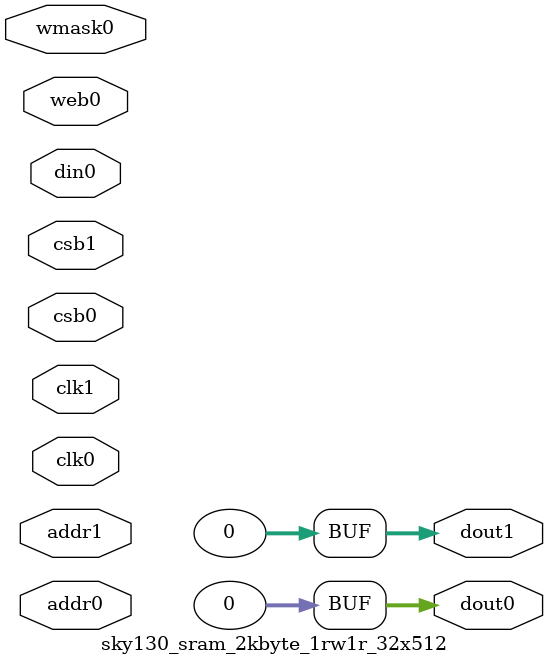
<source format=v>
module sky130_sram_2kbyte_1rw1r_32x512(	// file.cleaned.mlir:2:3
  input         clk0,	// file.cleaned.mlir:2:49
                csb0,	// file.cleaned.mlir:2:64
                web0,	// file.cleaned.mlir:2:79
  input  [3:0]  wmask0,	// file.cleaned.mlir:2:94
  input  [8:0]  addr0,	// file.cleaned.mlir:2:111
  input  [31:0] din0,	// file.cleaned.mlir:2:127
  input         clk1,	// file.cleaned.mlir:2:143
                csb1,	// file.cleaned.mlir:2:158
  input  [8:0]  addr1,	// file.cleaned.mlir:2:173
  output [31:0] dout0,	// file.cleaned.mlir:2:190
                dout1	// file.cleaned.mlir:2:207
);

  assign dout0 = 32'h0;	// file.cleaned.mlir:3:15, :4:5
  assign dout1 = 32'h0;	// file.cleaned.mlir:3:15, :4:5
endmodule


</source>
